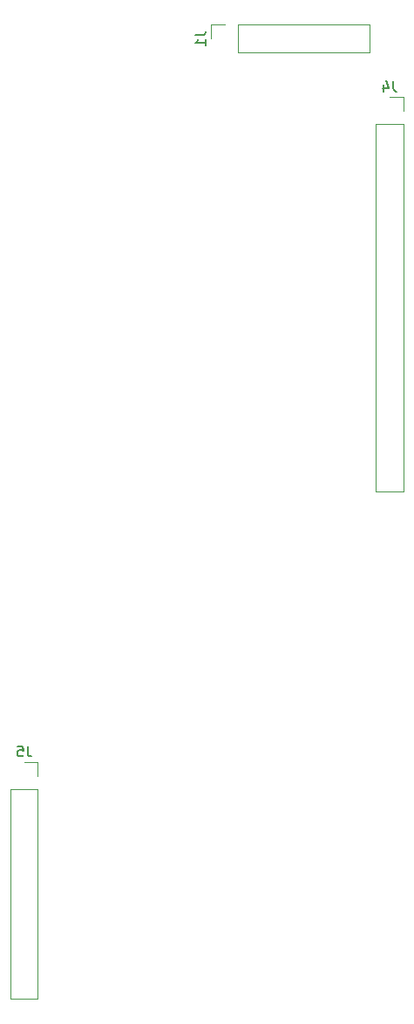
<source format=gbr>
G04 #@! TF.GenerationSoftware,KiCad,Pcbnew,(5.0.1)-3*
G04 #@! TF.CreationDate,2019-04-01T17:24:46+01:00*
G04 #@! TF.ProjectId,Fractional Clock divider PCB1 top board,4672616374696F6E616C20436C6F636B,rev?*
G04 #@! TF.SameCoordinates,Original*
G04 #@! TF.FileFunction,Legend,Bot*
G04 #@! TF.FilePolarity,Positive*
%FSLAX46Y46*%
G04 Gerber Fmt 4.6, Leading zero omitted, Abs format (unit mm)*
G04 Created by KiCad (PCBNEW (5.0.1)-3) date 01/04/2019 17:24:46*
%MOMM*%
%LPD*%
G01*
G04 APERTURE LIST*
%ADD10C,0.120000*%
%ADD11C,0.150000*%
G04 APERTURE END LIST*
D10*
G04 #@! TO.C,J1*
X50530000Y-15670000D02*
X50530000Y-18330000D01*
X37770000Y-15670000D02*
X50530000Y-15670000D01*
X37770000Y-18330000D02*
X50530000Y-18330000D01*
X37770000Y-15670000D02*
X37770000Y-18330000D01*
X36500000Y-15670000D02*
X35170000Y-15670000D01*
X35170000Y-15670000D02*
X35170000Y-17000000D01*
G04 #@! TO.C,J4*
X53830000Y-22670000D02*
X52500000Y-22670000D01*
X53830000Y-24000000D02*
X53830000Y-22670000D01*
X53830000Y-25270000D02*
X51170000Y-25270000D01*
X51170000Y-25270000D02*
X51170000Y-60890000D01*
X53830000Y-25270000D02*
X53830000Y-60890000D01*
X53830000Y-60890000D02*
X51170000Y-60890000D01*
G04 #@! TO.C,J5*
X18330000Y-110150000D02*
X15670000Y-110150000D01*
X18330000Y-89770000D02*
X18330000Y-110150000D01*
X15670000Y-89770000D02*
X15670000Y-110150000D01*
X18330000Y-89770000D02*
X15670000Y-89770000D01*
X18330000Y-88500000D02*
X18330000Y-87170000D01*
X18330000Y-87170000D02*
X17000000Y-87170000D01*
G04 #@! TO.C,J1*
D11*
X33622380Y-16666666D02*
X34336666Y-16666666D01*
X34479523Y-16619047D01*
X34574761Y-16523809D01*
X34622380Y-16380952D01*
X34622380Y-16285714D01*
X34622380Y-17666666D02*
X34622380Y-17095238D01*
X34622380Y-17380952D02*
X33622380Y-17380952D01*
X33765238Y-17285714D01*
X33860476Y-17190476D01*
X33908095Y-17095238D01*
G04 #@! TO.C,J4*
X52833333Y-21122380D02*
X52833333Y-21836666D01*
X52880952Y-21979523D01*
X52976190Y-22074761D01*
X53119047Y-22122380D01*
X53214285Y-22122380D01*
X51928571Y-21455714D02*
X51928571Y-22122380D01*
X52166666Y-21074761D02*
X52404761Y-21789047D01*
X51785714Y-21789047D01*
G04 #@! TO.C,J5*
X17333333Y-85622380D02*
X17333333Y-86336666D01*
X17380952Y-86479523D01*
X17476190Y-86574761D01*
X17619047Y-86622380D01*
X17714285Y-86622380D01*
X16380952Y-85622380D02*
X16857142Y-85622380D01*
X16904761Y-86098571D01*
X16857142Y-86050952D01*
X16761904Y-86003333D01*
X16523809Y-86003333D01*
X16428571Y-86050952D01*
X16380952Y-86098571D01*
X16333333Y-86193809D01*
X16333333Y-86431904D01*
X16380952Y-86527142D01*
X16428571Y-86574761D01*
X16523809Y-86622380D01*
X16761904Y-86622380D01*
X16857142Y-86574761D01*
X16904761Y-86527142D01*
G04 #@! TD*
M02*

</source>
